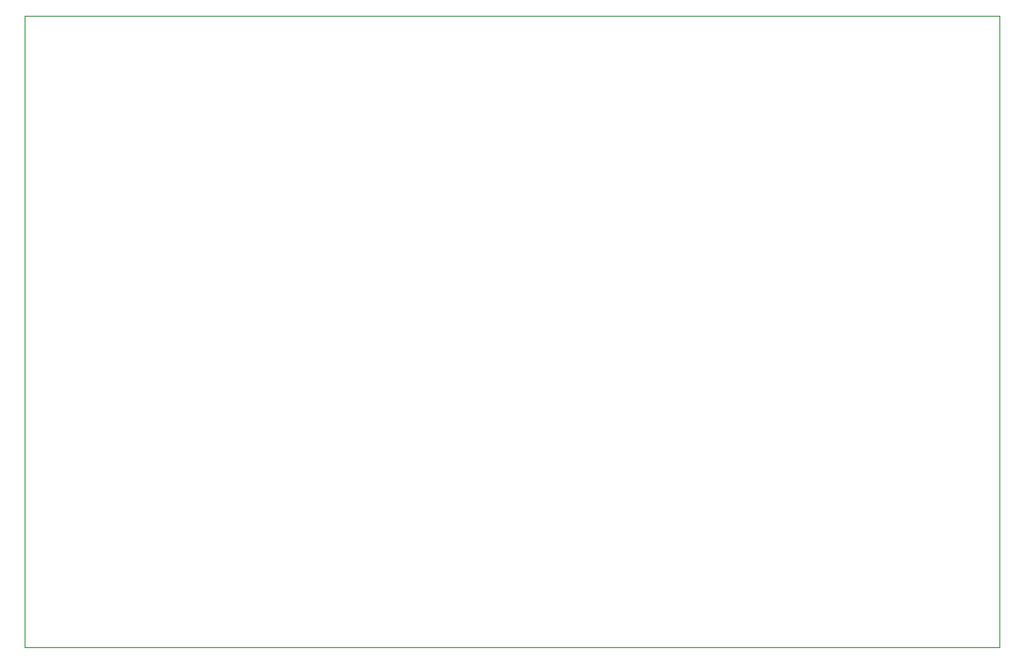
<source format=gbr>
%TF.GenerationSoftware,KiCad,Pcbnew,5.1.10*%
%TF.CreationDate,2021-09-24T20:41:10+02:00*%
%TF.ProjectId,ucdev_board,75636465-765f-4626-9f61-72642e6b6963,rev?*%
%TF.SameCoordinates,Original*%
%TF.FileFunction,Profile,NP*%
%FSLAX46Y46*%
G04 Gerber Fmt 4.6, Leading zero omitted, Abs format (unit mm)*
G04 Created by KiCad (PCBNEW 5.1.10) date 2021-09-24 20:41:10*
%MOMM*%
%LPD*%
G01*
G04 APERTURE LIST*
%TA.AperFunction,Profile*%
%ADD10C,0.050000*%
%TD*%
G04 APERTURE END LIST*
D10*
X53340000Y-25400000D02*
X147320000Y-25400000D01*
X53340000Y-86360000D02*
X53340000Y-25400000D01*
X147320000Y-86360000D02*
X53340000Y-86360000D01*
X147320000Y-25400000D02*
X147320000Y-86360000D01*
M02*

</source>
